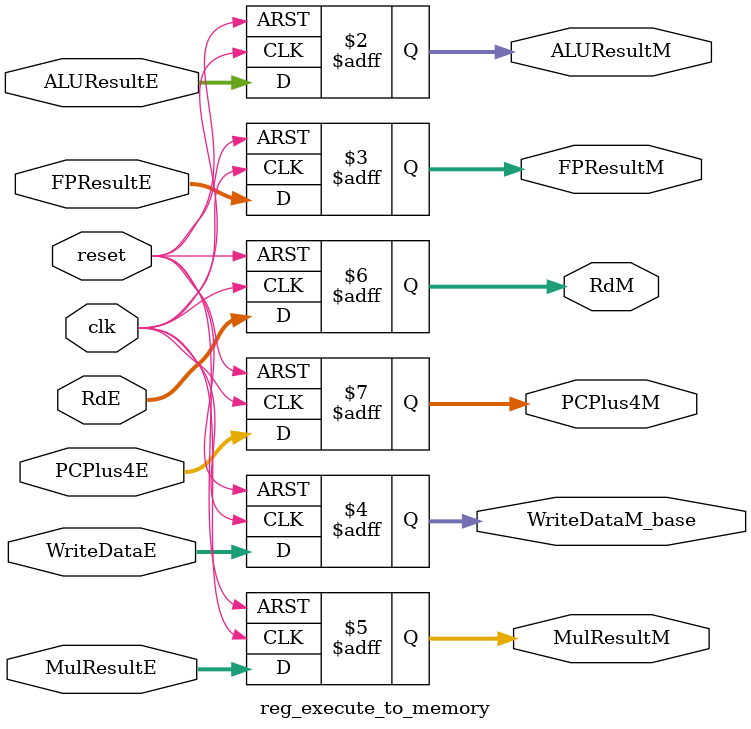
<source format=v>
module reg_execute_to_memory(
        input             clk,
        input             reset,

        // --------- DATOS desde etapa E ----------
        input      [31:0] ALUResultE,
        input [31:0] FPResultE, // NUEVO: Resultado de FPU
        input      [31:0] WriteDataE,
        input      [31:0] MulResultE, // NUEVO: Resultado de multiplicación vectorial
        input      [4:0]  RdE,
        input      [31:0] PCPlus4E,

        // --------- DATOS hacia etapa M ----------
        output reg [31:0] ALUResultM,
        output reg [31:0] FPResultM,  // NUEVO
        output reg [31:0] WriteDataM_base,
        output reg [31:0] MulResultM, // NUEVO: Resultado de multiplicación vectorial
        output reg [4:0]  RdM,
        output reg [31:0] PCPlus4M
    );

    always @ (posedge clk or posedge reset) begin
        if (reset) begin
            // DATOS
            ALUResultM <= 32'b0;
            FPResultM <= 32'b0; //NUEVO
            WriteDataM_base <= 32'b0;
            MulResultM <= 32'b0; //NUEVO
            RdM        <= 5'b0;
            PCPlus4M   <= 32'b0;
        end
        else begin
            // DATOS
            ALUResultM <= ALUResultE;
            FPResultM <= FPResultE;   // NUEVO
            WriteDataM_base <= WriteDataE;
            MulResultM <= MulResultE; // NUEVO
            RdM        <= RdE;
            PCPlus4M   <= PCPlus4E;
        end
    end

endmodule

</source>
